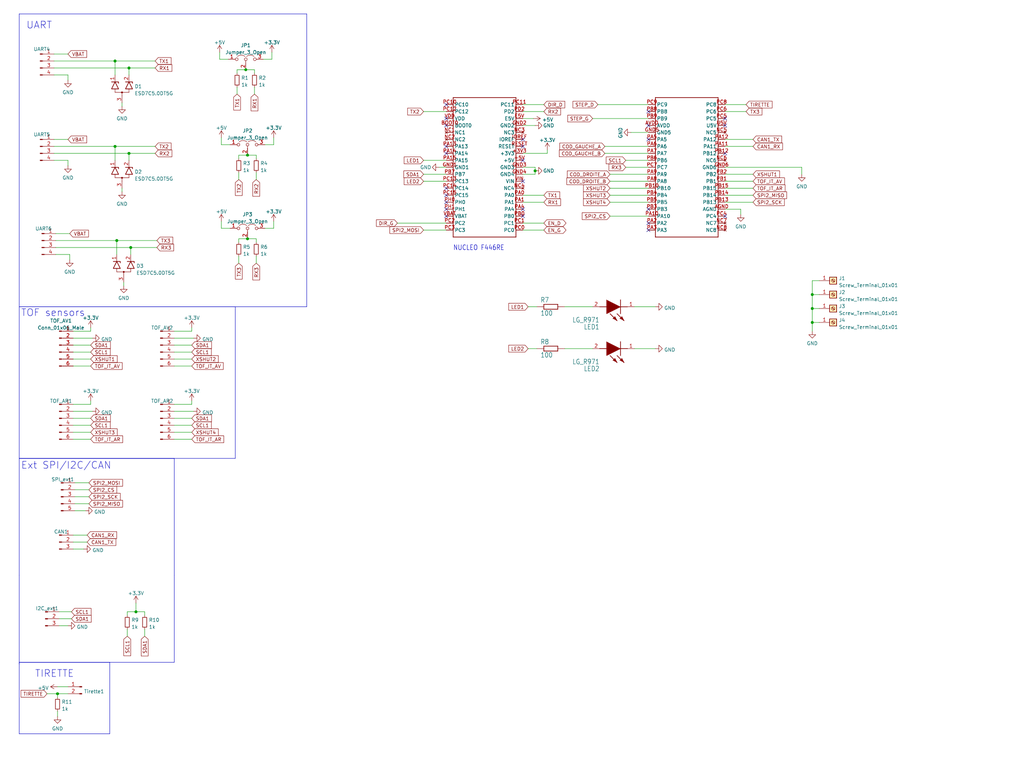
<source format=kicad_sch>
(kicad_sch (version 20230121) (generator eeschema)
  (paper "User" 373.05 283.058)
  (lib_symbols
    (symbol "Connector:Conn_01x02_Male" (pin_names (offset 1.016) hide)
      (property "Reference" "J" (at 0 2.54 0))
      (property "Value" "Conn_01x02_Male" (at 0 -5.08 0))
      (symbol "Conn_01x02_Male_1_1"
        (pin passive line (at 5.08 0 180) (length 3.81) (name "Pin_1") (number "1"))
        (pin passive line (at 5.08 -2.54 180) (length 3.81) (name "Pin_2") (number "2"))
      )
    )
    (symbol "Connector:Conn_01x03_Male" (pin_names (offset 1.016) hide)
      (property "Reference" "J" (at 0 5.08 0))
      (property "Value" "Conn_01x03_Male" (at 0 -5.08 0))
      (symbol "Conn_01x03_Male_1_1"
        (pin passive line (at 5.08 2.54 180) (length 3.81) (name "Pin_1") (number "1"))
        (pin passive line (at 5.08 0 180) (length 3.81) (name "Pin_2") (number "2"))
        (pin passive line (at 5.08 -2.54 180) (length 3.81) (name "Pin_3") (number "3"))
      )
    )
    (symbol "Connector:Conn_01x04_Male" (pin_names (offset 1.016) hide)
      (property "Reference" "J" (at 0 5.08 0))
      (property "Value" "Conn_01x04_Male" (at 0 -7.62 0))
      (symbol "Conn_01x04_Male_1_1"
        (pin passive line (at 5.08 2.54 180) (length 3.81) (name "Pin_1") (number "1"))
        (pin passive line (at 5.08 0 180) (length 3.81) (name "Pin_2") (number "2"))
        (pin passive line (at 5.08 -2.54 180) (length 3.81) (name "Pin_3") (number "3"))
        (pin passive line (at 5.08 -5.08 180) (length 3.81) (name "Pin_4") (number "4"))
      )
    )
    (symbol "Connector:Conn_01x05_Male" (pin_names (offset 1.016) hide)
      (property "Reference" "J" (at 0 7.62 0))
      (property "Value" "Conn_01x05_Male" (at 0 -7.62 0))
      (symbol "Conn_01x05_Male_1_1"
        (pin passive line (at 5.08 5.08 180) (length 3.81) (name "Pin_1") (number "1"))
        (pin passive line (at 5.08 2.54 180) (length 3.81) (name "Pin_2") (number "2"))
        (pin passive line (at 5.08 0 180) (length 3.81) (name "Pin_3") (number "3"))
        (pin passive line (at 5.08 -2.54 180) (length 3.81) (name "Pin_4") (number "4"))
        (pin passive line (at 5.08 -5.08 180) (length 3.81) (name "Pin_5") (number "5"))
      )
    )
    (symbol "Connector:Conn_01x06_Male" (pin_names (offset 1.016) hide)
      (property "Reference" "J" (at 0 7.62 0))
      (property "Value" "Conn_01x06_Male" (at 0 -10.16 0))
      (symbol "Conn_01x06_Male_1_1"
        (pin passive line (at 5.08 5.08 180) (length 3.81) (name "Pin_1") (number "1"))
        (pin passive line (at 5.08 2.54 180) (length 3.81) (name "Pin_2") (number "2"))
        (pin passive line (at 5.08 0 180) (length 3.81) (name "Pin_3") (number "3"))
        (pin passive line (at 5.08 -2.54 180) (length 3.81) (name "Pin_4") (number "4"))
        (pin passive line (at 5.08 -5.08 180) (length 3.81) (name "Pin_5") (number "5"))
        (pin passive line (at 5.08 -7.62 180) (length 3.81) (name "Pin_6") (number "6"))
      )
    )
    (symbol "Connector:Screw_Terminal_01x01" (pin_names (offset 1.016) hide)
      (property "Reference" "J" (at 0 2.54 0))
      (property "Value" "Screw_Terminal_01x01" (at 0 -2.54 0))
      (symbol "Screw_Terminal_01x01_1_1"
        (pin passive line (at -5.08 0 0) (length 3.81) (name "Pin_1") (number "1"))
      )
    )
    (symbol "Device:R_Small" (pin_numbers hide) (pin_names (offset 0.254) hide)
      (property "Reference" "R" (at 0.762 0.508 0))
      (property "Value" "R_Small" (at 0.762 -1.016 0))
      (symbol "R_Small_1_1"
        (pin passive line (at 0 2.54 270) (length 0.762) (name "~") (number "1"))
        (pin passive line (at 0 -2.54 90) (length 0.762) (name "~") (number "2"))
      )
    )
    (symbol "Jumper:Jumper_3_Open" (pin_names (offset 0) hide)
      (property "Reference" "JP" (at -2.54 -2.54 0))
      (property "Value" "Jumper_3_Open" (at 0 2.794 0))
      (symbol "Jumper_3_Open_1_1"
        (pin passive line (at -6.35 0 0) (length 2.54) (name "A") (number "1"))
        (pin passive line (at 0 -3.81 90) (length 2.54) (name "C") (number "2"))
        (pin passive line (at 6.35 0 180) (length 2.54) (name "B") (number "3"))
      )
    )
    (symbol "Power_Protection:RCLAMP0582B" (pin_names hide)
      (property "Reference" "D" (at 0 5.08 0))
      (property "Value" "RCLAMP0582B" (at 0 -5.08 0))
      (symbol "RCLAMP0582B_0_1"
        (pin passive line (at -5.08 0 0) (length 2.54) (name "A") (number "3"))
      )
      (symbol "RCLAMP0582B_1_1"
        (pin passive line (at 5.08 2.54 180) (length 2.54) (name "K1") (number "1"))
        (pin passive line (at 5.08 -2.54 180) (length 2.54) (name "K2") (number "2"))
      )
    )
    (symbol "power:+3.3V" (power) (pin_names (offset 0))
      (property "Value" "+3.3V" (at 0 3.556 0))
      (symbol "+3.3V_1_1"
        (pin power_in line (at 0 0 90) (length 0) hide (name "+3.3V") (number "1"))
      )
    )
    (symbol "power:+5V" (power) (pin_names (offset 0))
      (property "Value" "+5V" (at 0 3.556 0))
      (symbol "+5V_1_1"
        (pin power_in line (at 0 0 90) (length 0) hide (name "+5V") (number "1"))
      )
    )
    (symbol "power:GND" (power) (pin_names (offset 0))
      (property "Value" "GND" (at 0 -3.81 0))
      (symbol "GND_1_1"
        (pin power_in line (at 0 0 270) (length 0) hide (name "GND") (number "1"))
      )
    )
    (symbol "schematic1-eagle-import:LG_R971"
      (property "Reference" "LED" (at 12.7 8.89 0))
      (property "Value" "LG_R971" (at 12.7 6.35 0))
      (symbol "LG_R971_1_0"
        (pin bidirectional line (at 0 0 0) (length 2.54) (name "K") (number "1"))
        (pin bidirectional line (at 15.24 0 180) (length 2.54) (name "A") (number "2"))
      )
    )
    (symbol "schematic1-eagle-import:NUCLEO_F446RE"
      (symbol "NUCLEO_F446RE_1_0"
        (pin bidirectional line (at -25.4 5.08 180) (length 2.54) (name "+3V3") (number "+3V3"))
        (pin bidirectional line (at -25.4 2.54 180) (length 2.54) (name "+5V") (number "+5V"))
        (pin bidirectional line (at 48.26 -15.24 180) (length 2.54) (name "AGND") (number "AGND"))
        (pin bidirectional line (at 20.32 15.24 0) (length 2.54) (name "AVDD") (number "AVDD"))
        (pin bidirectional line (at -53.34 15.24 0) (length 2.54) (name "BOOT0") (number "BOOT0"))
        (pin bidirectional line (at -25.4 17.78 180) (length 2.54) (name "E5V") (number "E5V"))
        (pin bidirectional line (at -53.34 0 0) (length 2.54) (name "GND1") (number "GND1"))
        (pin bidirectional line (at -25.4 15.24 180) (length 2.54) (name "GND2") (number "GND2"))
        (pin bidirectional line (at -25.4 0 180) (length 2.54) (name "GND3") (number "GND3"))
        (pin bidirectional line (at -25.4 -2.54 180) (length 2.54) (name "GND4") (number "GND4"))
        (pin bidirectional line (at 20.32 12.7 0) (length 2.54) (name "GND5") (number "GND5"))
        (pin bidirectional line (at 48.26 0 180) (length 2.54) (name "GND6") (number "GND6"))
        (pin bidirectional line (at -25.4 10.16 180) (length 2.54) (name "IOREF") (number "IOREF"))
        (pin no_connect line (at -53.34 12.7 0) (length 2.54) (name "NC1") (number "NC1"))
        (pin no_connect line (at -53.34 10.16 0) (length 2.54) (name "NC2") (number "NC2"))
        (pin no_connect line (at -25.4 12.7 180) (length 2.54) (name "NC3") (number "NC3"))
        (pin no_connect line (at -25.4 -7.62 180) (length 2.54) (name "NC4") (number "NC4"))
        (pin no_connect line (at 48.26 12.7 180) (length 2.54) (name "NC5") (number "NC5"))
        (pin no_connect line (at 48.26 2.54 180) (length 2.54) (name "NC6") (number "NC6"))
        (pin no_connect line (at 48.26 -20.32 180) (length 2.54) (name "NC7") (number "NC7"))
        (pin no_connect line (at 48.26 -22.86 180) (length 2.54) (name "NC8") (number "NC8"))
        (pin bidirectional line (at -25.4 -10.16 180) (length 2.54) (name "PA0") (number "PA0"))
        (pin bidirectional line (at -25.4 -12.7 180) (length 2.54) (name "PA1") (number "PA1"))
        (pin bidirectional line (at 20.32 -17.78 0) (length 2.54) (name "PA10") (number "PA10"))
        (pin bidirectional line (at 48.26 7.62 180) (length 2.54) (name "PA11") (number "PA11"))
        (pin bidirectional line (at 48.26 10.16 180) (length 2.54) (name "PA12") (number "PA12"))
        (pin bidirectional line (at -53.34 7.62 0) (length 2.54) (name "PA13") (number "PA13"))
        (pin bidirectional line (at -53.34 5.08 0) (length 2.54) (name "PA14") (number "PA14"))
        (pin bidirectional line (at -53.34 2.54 0) (length 2.54) (name "PA15") (number "PA15"))
        (pin bidirectional line (at 20.32 -20.32 0) (length 2.54) (name "PA2") (number "PA2"))
        (pin bidirectional line (at 20.32 -22.86 0) (length 2.54) (name "PA3") (number "PA3"))
        (pin bidirectional line (at -25.4 -15.24 180) (length 2.54) (name "PA4") (number "PA4"))
        (pin bidirectional line (at 20.32 10.16 0) (length 2.54) (name "PA5") (number "PA5"))
        (pin bidirectional line (at 20.32 7.62 0) (length 2.54) (name "PA6") (number "PA6"))
        (pin bidirectional line (at 20.32 5.08 0) (length 2.54) (name "PA7") (number "PA7"))
        (pin bidirectional line (at 20.32 -5.08 0) (length 2.54) (name "PA8") (number "PA8"))
        (pin bidirectional line (at 20.32 -2.54 0) (length 2.54) (name "PA9") (number "PA9"))
        (pin bidirectional line (at -25.4 -17.78 180) (length 2.54) (name "PB0") (number "PB0"))
        (pin bidirectional line (at 48.26 -5.08 180) (length 2.54) (name "PB1") (number "PB1"))
        (pin bidirectional line (at 20.32 -7.62 0) (length 2.54) (name "PB10") (number "PB10"))
        (pin bidirectional line (at 48.26 5.08 180) (length 2.54) (name "PB12") (number "PB12"))
        (pin bidirectional line (at 48.26 -12.7 180) (length 2.54) (name "PB13") (number "PB13"))
        (pin bidirectional line (at 48.26 -10.16 180) (length 2.54) (name "PB14") (number "PB14"))
        (pin bidirectional line (at 48.26 -7.62 180) (length 2.54) (name "PB15") (number "PB15"))
        (pin bidirectional line (at 48.26 -2.54 180) (length 2.54) (name "PB2") (number "PB2"))
        (pin bidirectional line (at 20.32 -15.24 0) (length 2.54) (name "PB3") (number "PB3"))
        (pin bidirectional line (at 20.32 -10.16 0) (length 2.54) (name "PB4") (number "PB4"))
        (pin bidirectional line (at 20.32 -12.7 0) (length 2.54) (name "PB5") (number "PB5"))
        (pin bidirectional line (at 20.32 2.54 0) (length 2.54) (name "PB6") (number "PB6"))
        (pin bidirectional line (at -53.34 -2.54 0) (length 2.54) (name "PB7") (number "PB7"))
        (pin bidirectional line (at 20.32 20.32 0) (length 2.54) (name "PB8") (number "PB8"))
        (pin bidirectional line (at 20.32 17.78 0) (length 2.54) (name "PB9") (number "PB9"))
        (pin bidirectional line (at -25.4 -22.86 180) (length 2.54) (name "PC0") (number "PC0"))
        (pin bidirectional line (at -25.4 -20.32 180) (length 2.54) (name "PC1") (number "PC1"))
        (pin bidirectional line (at -53.34 22.86 0) (length 2.54) (name "PC10") (number "PC10"))
        (pin bidirectional line (at -25.4 22.86 180) (length 2.54) (name "PC11") (number "PC11"))
        (pin bidirectional line (at -53.34 20.32 0) (length 2.54) (name "PC12") (number "PC12"))
        (pin bidirectional line (at -53.34 -5.08 0) (length 2.54) (name "PC13") (number "PC13"))
        (pin bidirectional line (at -53.34 -7.62 0) (length 2.54) (name "PC14") (number "PC14"))
        (pin bidirectional line (at -53.34 -10.16 0) (length 2.54) (name "PC15") (number "PC15"))
        (pin bidirectional line (at -53.34 -20.32 0) (length 2.54) (name "PC2") (number "PC2"))
        (pin bidirectional line (at -53.34 -22.86 0) (length 2.54) (name "PC3") (number "PC3"))
        (pin bidirectional line (at 48.26 -17.78 180) (length 2.54) (name "PC4") (number "PC4"))
        (pin bidirectional line (at 48.26 17.78 180) (length 2.54) (name "PC5") (number "PC5"))
        (pin bidirectional line (at 48.26 20.32 180) (length 2.54) (name "PC6") (number "PC6"))
        (pin bidirectional line (at 20.32 0 0) (length 2.54) (name "PC7") (number "PC7"))
        (pin bidirectional line (at 48.26 22.86 180) (length 2.54) (name "PC8") (number "PC8"))
        (pin bidirectional line (at 20.32 22.86 0) (length 2.54) (name "PC9") (number "PC9"))
        (pin bidirectional line (at -25.4 20.32 180) (length 2.54) (name "PD2") (number "PD2"))
        (pin bidirectional line (at -53.34 -12.7 0) (length 2.54) (name "PH0") (number "PH0"))
        (pin bidirectional line (at -53.34 -15.24 0) (length 2.54) (name "PH1") (number "PH1"))
        (pin bidirectional line (at -25.4 7.62 180) (length 2.54) (name "RESET") (number "RESET"))
        (pin bidirectional line (at 48.26 15.24 180) (length 2.54) (name "U5V") (number "U5V"))
        (pin bidirectional line (at -53.34 -17.78 0) (length 2.54) (name "VBAT") (number "VBAT"))
        (pin bidirectional line (at -53.34 17.78 0) (length 2.54) (name "VDD") (number "VDD"))
        (pin bidirectional line (at -25.4 -5.08 180) (length 2.54) (name "VIN") (number "VIN"))
      )
    )
    (symbol "schematic1-eagle-import:R-EU_R0805"
      (property "Reference" "R" (at -3.81 1.4986 0))
      (property "Value" "R-EU_R0805" (at -3.81 -3.302 0))
      (symbol "R-EU_R0805_1_0"
        (pin passive line (at -5.08 0 0) (length 2.54) (name "1") (number "1"))
        (pin passive line (at 5.08 0 180) (length 2.54) (name "2") (number "2"))
      )
    )
  )
  (junction (at 89.535 25.4))
  (junction (at 295.91 112.395))
  (junction (at 49.53 222.885))
  (junction (at 295.91 107.315))
  (junction (at 46.99 24.765))
  (junction (at 20.955 252.73))
  (junction (at 46.99 55.88))
  (junction (at 41.91 53.34))
  (junction (at 41.91 22.225))
  (junction (at 90.17 56.515))
  (junction (at 295.91 117.475))
  (junction (at 47.625 90.17))
  (junction (at 42.545 87.63))
  (junction (at 194.945 62.23))
  (junction (at 90.17 86.995))
  (no_connect (at 162.56 38.1))
  (no_connect (at 162.56 53.34))
  (no_connect (at 162.56 55.88))
  (no_connect (at 236.22 83.82))
  (no_connect (at 190.5 50.8))
  (no_connect (at 190.5 78.74))
  (no_connect (at 190.5 76.2))
  (no_connect (at 162.56 43.18))
  (no_connect (at 162.56 45.72))
  (no_connect (at 162.56 71.12))
  (no_connect (at 162.56 68.58))
  (no_connect (at 162.56 73.66))
  (no_connect (at 162.56 76.2))
  (no_connect (at 162.56 78.74))
  (no_connect (at 190.5 66.04))
  (no_connect (at 190.5 53.34))
  (no_connect (at 190.5 58.42))
  (no_connect (at 236.22 45.72))
  (no_connect (at 236.22 40.64))
  (no_connect (at 236.22 76.2))
  (no_connect (at 236.22 81.28))
  (no_connect (at 264.16 78.74))
  (no_connect (at 236.22 50.8))
  (no_connect (at 264.16 55.88))
  (no_connect (at 264.16 45.72))
  (no_connect (at 264.16 43.18))
  (wire (pts (xy 295.91 107.315) (xy 295.91 102.235)))
  (wire (pts (xy 27.305 178.435) (xy 32.385 178.435)))
  (wire (pts (xy 24.765 58.42) (xy 19.685 58.42)))
  (wire (pts (xy 295.91 112.395) (xy 298.45 112.395)))
  (wire (pts (xy 46.355 229.235) (xy 46.355 231.775)))
  (wire (pts (xy 20.32 85.09) (xy 25.4 85.09)))
  (wire (pts (xy 63.5 123.19) (xy 70.485 123.19)))
  (wire (pts (xy 162.56 81.28) (xy 144.78 81.28)))
  (wire (pts (xy 264.16 40.64) (xy 271.78 40.64)))
  (polyline (pts (xy 6.985 241.3) (xy 6.985 267.335)))
  (polyline (pts (xy 85.725 167.005) (xy 85.725 111.76)))
  (wire (pts (xy 229.87 48.26) (xy 236.22 48.26)))
  (wire (pts (xy 27.305 186.055) (xy 31.115 186.055)))
  (wire (pts (xy 99.695 83.185) (xy 96.52 83.185)))
  (wire (pts (xy 199.39 54.61) (xy 199.39 55.88)))
  (wire (pts (xy 41.91 22.225) (xy 41.91 27.305)))
  (polyline (pts (xy 40.005 241.3) (xy 6.985 241.3)))
  (wire (pts (xy 93.345 56.515) (xy 93.345 57.785)))
  (wire (pts (xy 26.67 130.81) (xy 33.02 130.81)))
  (wire (pts (xy 26.67 149.86) (xy 33.655 149.86)))
  (wire (pts (xy 154.305 58.42) (xy 162.56 58.42)))
  (wire (pts (xy 80.645 83.185) (xy 83.82 83.185)))
  (wire (pts (xy 63.5 152.4) (xy 69.85 152.4)))
  (polyline (pts (xy 6.985 167.005) (xy 63.5 167.005)))
  (wire (pts (xy 19.685 19.685) (xy 24.765 19.685)))
  (wire (pts (xy 215.9 127) (xy 205.74 127)))
  (wire (pts (xy 63.5 120.65) (xy 69.85 120.65)))
  (wire (pts (xy 264.16 63.5) (xy 274.32 63.5)))
  (wire (pts (xy 222.25 68.58) (xy 236.22 68.58)))
  (wire (pts (xy 20.955 252.73) (xy 24.765 252.73)))
  (wire (pts (xy 92.71 31.75) (xy 92.71 34.29)))
  (wire (pts (xy 231.14 127) (xy 238.76 127)))
  (wire (pts (xy 20.32 87.63) (xy 42.545 87.63)))
  (wire (pts (xy 222.25 78.74) (xy 236.22 78.74)))
  (wire (pts (xy 190.5 81.28) (xy 198.12 81.28)))
  (wire (pts (xy 264.16 71.12) (xy 274.32 71.12)))
  (wire (pts (xy 19.685 55.88) (xy 46.99 55.88)))
  (wire (pts (xy 41.91 53.34) (xy 41.91 58.42)))
  (wire (pts (xy 227.965 58.42) (xy 236.22 58.42)))
  (wire (pts (xy 25.4 92.71) (xy 20.32 92.71)))
  (wire (pts (xy 63.5 154.94) (xy 69.85 154.94)))
  (wire (pts (xy 154.305 66.04) (xy 162.56 66.04)))
  (wire (pts (xy 46.99 24.765) (xy 56.515 24.765)))
  (wire (pts (xy 27.305 183.515) (xy 32.385 183.515)))
  (wire (pts (xy 19.685 22.225) (xy 41.91 22.225)))
  (wire (pts (xy 42.545 87.63) (xy 57.15 87.63)))
  (wire (pts (xy 80.645 52.705) (xy 83.82 52.705)))
  (wire (pts (xy 194.945 62.23) (xy 194.945 63.5)))
  (wire (pts (xy 295.91 102.235) (xy 298.45 102.235)))
  (polyline (pts (xy 6.985 267.335) (xy 40.005 267.335)))
  (wire (pts (xy 46.99 24.765) (xy 46.99 27.305)))
  (wire (pts (xy 46.355 224.155) (xy 46.355 222.885)))
  (wire (pts (xy 20.955 252.73) (xy 20.955 254)))
  (wire (pts (xy 24.765 29.21) (xy 24.765 27.305)))
  (wire (pts (xy 194.945 62.23) (xy 194.945 60.96)))
  (polyline (pts (xy 63.5 167.005) (xy 63.5 209.55)))
  (polyline (pts (xy 6.985 209.55) (xy 6.985 241.3)))
  (wire (pts (xy 46.355 222.885) (xy 49.53 222.885)))
  (wire (pts (xy 27.305 175.895) (xy 32.385 175.895)))
  (wire (pts (xy 154.305 63.5) (xy 162.56 63.5)))
  (wire (pts (xy 93.345 93.345) (xy 93.345 95.885)))
  (wire (pts (xy 44.45 38.735) (xy 44.45 37.465)))
  (wire (pts (xy 295.91 120.65) (xy 295.91 117.475)))
  (wire (pts (xy 236.22 38.1) (xy 217.805 38.1)))
  (wire (pts (xy 236.22 55.88) (xy 220.345 55.88)))
  (wire (pts (xy 295.91 112.395) (xy 295.91 107.315)))
  (polyline (pts (xy 6.985 111.76) (xy 6.985 167.005)))
  (wire (pts (xy 26.67 147.32) (xy 33.02 147.32)))
  (wire (pts (xy 99.06 19.05) (xy 99.06 21.59)))
  (wire (pts (xy 89.535 25.4) (xy 92.71 25.4)))
  (wire (pts (xy 194.945 60.96) (xy 190.5 60.96)))
  (wire (pts (xy 20.955 250.19) (xy 24.765 250.19)))
  (wire (pts (xy 47.625 90.17) (xy 57.15 90.17)))
  (wire (pts (xy 222.25 73.66) (xy 236.22 73.66)))
  (wire (pts (xy 63.5 149.86) (xy 70.485 149.86)))
  (wire (pts (xy 190.5 71.12) (xy 198.12 71.12)))
  (wire (pts (xy 192.405 111.76) (xy 195.58 111.76)))
  (wire (pts (xy 264.16 68.58) (xy 274.32 68.58)))
  (wire (pts (xy 93.345 86.995) (xy 93.345 88.265)))
  (wire (pts (xy 24.765 27.305) (xy 19.685 27.305)))
  (wire (pts (xy 264.16 38.1) (xy 271.78 38.1)))
  (wire (pts (xy 24.765 227.965) (xy 21.59 227.965)))
  (polyline (pts (xy 6.985 5.08) (xy 6.985 111.76)))
  (wire (pts (xy 236.22 63.5) (xy 222.25 63.5)))
  (wire (pts (xy 295.91 117.475) (xy 295.91 112.395)))
  (wire (pts (xy 26.67 154.94) (xy 33.02 154.94)))
  (wire (pts (xy 80.01 21.59) (xy 83.185 21.59)))
  (wire (pts (xy 26.67 123.19) (xy 33.655 123.19)))
  (wire (pts (xy 41.91 53.34) (xy 56.515 53.34)))
  (wire (pts (xy 92.71 25.4) (xy 92.71 26.67)))
  (wire (pts (xy 63.5 157.48) (xy 69.85 157.48)))
  (wire (pts (xy 26.67 197.485) (xy 31.75 197.485)))
  (wire (pts (xy 26.67 194.945) (xy 31.75 194.945)))
  (wire (pts (xy 190.5 73.66) (xy 198.12 73.66)))
  (wire (pts (xy 190.5 43.18) (xy 194.31 43.18)))
  (wire (pts (xy 154.305 83.82) (xy 162.56 83.82)))
  (wire (pts (xy 47.625 90.17) (xy 47.625 92.71)))
  (wire (pts (xy 41.91 22.225) (xy 56.515 22.225)))
  (wire (pts (xy 63.5 133.35) (xy 69.85 133.35)))
  (wire (pts (xy 215.9 111.76) (xy 205.74 111.76)))
  (wire (pts (xy 52.705 229.235) (xy 52.705 231.775)))
  (wire (pts (xy 269.875 78.105) (xy 269.875 76.2)))
  (wire (pts (xy 27.305 180.975) (xy 32.385 180.975)))
  (wire (pts (xy 69.85 119.38) (xy 69.85 120.65)))
  (wire (pts (xy 19.685 50.8) (xy 24.765 50.8)))
  (wire (pts (xy 190.5 83.82) (xy 198.12 83.82)))
  (wire (pts (xy 86.36 26.67) (xy 86.36 25.4)))
  (wire (pts (xy 236.22 53.34) (xy 220.345 53.34)))
  (wire (pts (xy 236.22 43.18) (xy 215.9 43.18)))
  (wire (pts (xy 190.5 55.88) (xy 199.39 55.88)))
  (wire (pts (xy 20.32 90.17) (xy 47.625 90.17)))
  (wire (pts (xy 86.36 25.4) (xy 89.535 25.4)))
  (wire (pts (xy 295.91 107.315) (xy 298.45 107.315)))
  (wire (pts (xy 160.02 60.96) (xy 162.56 60.96)))
  (wire (pts (xy 19.685 53.34) (xy 41.91 53.34)))
  (wire (pts (xy 63.5 147.32) (xy 69.85 147.32)))
  (wire (pts (xy 236.22 66.04) (xy 222.25 66.04)))
  (wire (pts (xy 26.67 128.27) (xy 33.02 128.27)))
  (wire (pts (xy 52.705 222.885) (xy 52.705 224.155)))
  (wire (pts (xy 264.16 60.96) (xy 292.1 60.96)))
  (wire (pts (xy 264.16 73.66) (xy 274.32 73.66)))
  (wire (pts (xy 49.53 219.71) (xy 49.53 222.885)))
  (wire (pts (xy 93.345 62.865) (xy 93.345 65.405)))
  (polyline (pts (xy 6.985 111.76) (xy 85.725 111.76)))
  (polyline (pts (xy 63.5 209.55) (xy 63.5 241.3)))
  (polyline (pts (xy 6.985 241.3) (xy 6.985 241.935)))
  (wire (pts (xy 63.5 125.73) (xy 69.85 125.73)))
  (wire (pts (xy 269.875 76.2) (xy 264.16 76.2)))
  (wire (pts (xy 86.995 57.785) (xy 86.995 56.515)))
  (polyline (pts (xy 63.5 241.3) (xy 6.985 241.3)))
  (wire (pts (xy 33.02 119.38) (xy 33.02 120.65)))
  (wire (pts (xy 46.99 55.88) (xy 56.515 55.88)))
  (wire (pts (xy 292.1 60.96) (xy 292.1 63.5)))
  (wire (pts (xy 264.16 50.8) (xy 274.32 50.8)))
  (polyline (pts (xy 6.985 5.08) (xy 111.76 5.08)))
  (wire (pts (xy 264.16 66.04) (xy 274.32 66.04)))
  (wire (pts (xy 26.67 160.02) (xy 33.02 160.02)))
  (wire (pts (xy 99.06 21.59) (xy 95.885 21.59)))
  (wire (pts (xy 86.995 62.865) (xy 86.995 65.405)))
  (wire (pts (xy 231.14 111.76) (xy 238.76 111.76)))
  (wire (pts (xy 99.695 52.705) (xy 96.52 52.705)))
  (wire (pts (xy 222.25 71.12) (xy 236.22 71.12)))
  (polyline (pts (xy 6.985 209.55) (xy 6.985 167.005)))
  (wire (pts (xy 20.955 259.08) (xy 20.955 260.985)))
  (wire (pts (xy 227.965 60.96) (xy 236.22 60.96)))
  (wire (pts (xy 63.5 130.81) (xy 69.85 130.81)))
  (wire (pts (xy 192.405 127) (xy 195.58 127)))
  (wire (pts (xy 49.53 222.885) (xy 52.705 222.885)))
  (wire (pts (xy 19.685 24.765) (xy 46.99 24.765)))
  (wire (pts (xy 86.995 93.345) (xy 86.995 95.885)))
  (wire (pts (xy 17.145 252.73) (xy 20.955 252.73)))
  (wire (pts (xy 25.4 94.615) (xy 25.4 92.71)))
  (wire (pts (xy 190.5 40.64) (xy 198.12 40.64)))
  (polyline (pts (xy 6.985 167.005) (xy 85.725 167.005)))
  (wire (pts (xy 45.085 104.14) (xy 45.085 102.87)))
  (wire (pts (xy 44.45 69.85) (xy 44.45 68.58)))
  (wire (pts (xy 264.16 53.34) (xy 274.32 53.34)))
  (wire (pts (xy 26.67 120.65) (xy 33.02 120.65)))
  (wire (pts (xy 295.91 117.475) (xy 298.45 117.475)))
  (wire (pts (xy 99.695 50.165) (xy 99.695 52.705)))
  (wire (pts (xy 86.995 56.515) (xy 90.17 56.515)))
  (wire (pts (xy 21.59 222.885) (xy 26.035 222.885)))
  (wire (pts (xy 26.67 200.025) (xy 30.48 200.025)))
  (wire (pts (xy 26.67 133.35) (xy 33.02 133.35)))
  (wire (pts (xy 99.695 80.645) (xy 99.695 83.185)))
  (wire (pts (xy 80.01 19.05) (xy 80.01 21.59)))
  (wire (pts (xy 26.67 152.4) (xy 33.02 152.4)))
  (wire (pts (xy 21.59 225.425) (xy 26.035 225.425)))
  (wire (pts (xy 33.02 146.05) (xy 33.02 147.32)))
  (wire (pts (xy 190.5 38.1) (xy 198.12 38.1)))
  (wire (pts (xy 80.645 50.165) (xy 80.645 52.705)))
  (wire (pts (xy 90.17 56.515) (xy 93.345 56.515)))
  (wire (pts (xy 26.67 125.73) (xy 33.02 125.73)))
  (wire (pts (xy 86.995 86.995) (xy 90.17 86.995)))
  (wire (pts (xy 190.5 45.72) (xy 194.945 45.72)))
  (polyline (pts (xy 40.005 267.335) (xy 40.005 241.3)))
  (wire (pts (xy 194.945 63.5) (xy 190.5 63.5)))
  (wire (pts (xy 42.545 87.63) (xy 42.545 92.71)))
  (wire (pts (xy 86.995 88.265) (xy 86.995 86.995)))
  (polyline (pts (xy 111.76 111.76) (xy 111.76 5.08)))
  (wire (pts (xy 90.17 86.995) (xy 93.345 86.995)))
  (wire (pts (xy 46.99 55.88) (xy 46.99 58.42)))
  (wire (pts (xy 154.305 40.64) (xy 162.56 40.64)))
  (wire (pts (xy 63.5 128.27) (xy 69.85 128.27)))
  (wire (pts (xy 86.36 31.75) (xy 86.36 34.29)))
  (wire (pts (xy 63.5 160.02) (xy 69.85 160.02)))
  (wire (pts (xy 26.67 157.48) (xy 33.02 157.48)))
  (polyline (pts (xy 6.985 111.76) (xy 111.76 111.76)))
  (wire (pts (xy 69.85 146.05) (xy 69.85 147.32)))
  (wire (pts (xy 24.765 60.325) (xy 24.765 58.42)))
  (wire (pts (xy 80.645 80.645) (xy 80.645 83.185)))
  (text "UART" (at 9.525 10.795 0) (effects (font (size 2.54 2.54)) (justify left bottom)))
  (text "NUCLEO F446RE" (at 165.1 91.44 0) (effects (font (size 1.778 1.5113)) (justify left bottom)))
  (text "Ext SPI/I2C/CAN\n\n" (at 7.62 175.26 0) (effects (font (size 2.54 2.54)) (justify left bottom)))
  (text "TOF sensors" (at 7.62 115.57 0) (effects (font (size 2.54 2.54)) (justify left bottom)))
  (text "TIRETTE" (at 12.7 247.015 0) (effects (font (size 2.54 2.54)) (justify left bottom)))
  (global_label "DIR_D" (shape input) (at 198.12 38.1 0) (effects (font (size 1.2446 1.2446))) (property "Intersheetrefs" "${INTERSHEET_REFS}" (effects hide)))
  (global_label "CAN1_TX" (shape input) (at 31.75 197.485 0) (property "Intersheetrefs" "${INTERSHEET_REFS}" (effects hide)))
  (global_label "CAN1_RX" (shape input) (at 31.75 194.945 0) (property "Intersheetrefs" "${INTERSHEET_REFS}" (effects hide)))
  (global_label "TX2" (shape input) (at 154.305 40.64 180) (property "Intersheetrefs" "${INTERSHEET_REFS}" (effects hide)))
  (global_label "SDA1" (shape input) (at 154.305 63.5 180) (property "Intersheetrefs" "${INTERSHEET_REFS}" (effects hide)))
  (global_label "TX2" (shape input) (at 86.995 65.405 270) (property "Intersheetrefs" "${INTERSHEET_REFS}" (effects hide)))
  (global_label "XSHUT2" (shape input) (at 222.25 68.58 180) (property "Intersheetrefs" "${INTERSHEET_REFS}" (effects hide)))
  (global_label "COD_DROITE_A" (shape input) (at 222.25 63.5 180) (effects (font (size 1.2446 1.2446))) (property "Intersheetrefs" "${INTERSHEET_REFS}" (effects hide)))
  (global_label "TX1" (shape input) (at 198.12 71.12 0) (property "Intersheetrefs" "${INTERSHEET_REFS}" (effects hide)))
  (global_label "VBAT" (shape input) (at 24.765 19.685 0) (property "Intersheetrefs" "${INTERSHEET_REFS}" (effects hide)))
  (global_label "SPI2_MISO" (shape input) (at 32.385 183.515 0) (property "Intersheetrefs" "${INTERSHEET_REFS}" (effects hide)))
  (global_label "SCL1" (shape input) (at 69.85 154.94 0) (property "Intersheetrefs" "${INTERSHEET_REFS}" (effects hide)))
  (global_label "STEP_D" (shape input) (at 217.805 38.1 180) (effects (font (size 1.2446 1.2446))) (property "Intersheetrefs" "${INTERSHEET_REFS}" (effects hide)))
  (global_label "SPI2_SCK" (shape input) (at 274.32 73.66 0) (property "Intersheetrefs" "${INTERSHEET_REFS}" (effects hide)))
  (global_label "XSHUT1" (shape input) (at 33.02 130.81 0) (property "Intersheetrefs" "${INTERSHEET_REFS}" (effects hide)))
  (global_label "RX2" (shape input) (at 56.515 55.88 0) (property "Intersheetrefs" "${INTERSHEET_REFS}" (effects hide)))
  (global_label "LED1" (shape input) (at 154.305 58.42 180) (property "Intersheetrefs" "${INTERSHEET_REFS}" (effects hide)))
  (global_label "CAN1_RX" (shape input) (at 274.32 53.34 0) (property "Intersheetrefs" "${INTERSHEET_REFS}" (effects hide)))
  (global_label "XSHUT1" (shape input) (at 274.32 63.5 0) (property "Intersheetrefs" "${INTERSHEET_REFS}" (effects hide)))
  (global_label "TOF_IT_AV" (shape input) (at 69.85 133.35 0) (property "Intersheetrefs" "${INTERSHEET_REFS}" (effects hide)))
  (global_label "EN_D" (shape bidirectional) (at 198.12 81.28 0) (effects (font (size 1.2446 1.2446))) (property "Intersheetrefs" "${INTERSHEET_REFS}" (effects hide)))
  (global_label "XSHUT4" (shape input) (at 69.85 157.48 0) (property "Intersheetrefs" "${INTERSHEET_REFS}" (effects hide)))
  (global_label "RX3" (shape input) (at 93.345 95.885 270) (property "Intersheetrefs" "${INTERSHEET_REFS}" (effects hide)))
  (global_label "RX1" (shape input) (at 198.12 73.66 0) (property "Intersheetrefs" "${INTERSHEET_REFS}" (effects hide)))
  (global_label "SCL1" (shape input) (at 227.965 58.42 180) (property "Intersheetrefs" "${INTERSHEET_REFS}" (effects hide)))
  (global_label "TX3" (shape input) (at 57.15 87.63 0) (property "Intersheetrefs" "${INTERSHEET_REFS}" (effects hide)))
  (global_label "TOF_IT_AR" (shape input) (at 33.02 160.02 0) (property "Intersheetrefs" "${INTERSHEET_REFS}" (effects hide)))
  (global_label "EN_G" (shape bidirectional) (at 198.12 83.82 0) (effects (font (size 1.2446 1.2446))) (property "Intersheetrefs" "${INTERSHEET_REFS}" (effects hide)))
  (global_label "STEP_G" (shape input) (at 215.9 43.18 180) (effects (font (size 1.2446 1.2446))) (property "Intersheetrefs" "${INTERSHEET_REFS}" (effects hide)))
  (global_label "COD_GAUCHE_B" (shape input) (at 220.345 55.88 180) (effects (font (size 1.2446 1.2446))) (property "Intersheetrefs" "${INTERSHEET_REFS}" (effects hide)))
  (global_label "XSHUT2" (shape input) (at 69.85 130.81 0) (property "Intersheetrefs" "${INTERSHEET_REFS}" (effects hide)))
  (global_label "XSHUT3" (shape input) (at 33.02 157.48 0) (property "Intersheetrefs" "${INTERSHEET_REFS}" (effects hide)))
  (global_label "COD_DROITE_B" (shape input) (at 222.25 66.04 180) (effects (font (size 1.2446 1.2446))) (property "Intersheetrefs" "${INTERSHEET_REFS}" (effects hide)))
  (global_label "DIR_G" (shape input) (at 144.78 81.28 180) (effects (font (size 1.2446 1.2446))) (property "Intersheetrefs" "${INTERSHEET_REFS}" (effects hide)))
  (global_label "TIRETTE" (shape input) (at 271.78 38.1 0) (property "Intersheetrefs" "${INTERSHEET_REFS}" (effects hide)))
  (global_label "SCL1" (shape input) (at 69.85 128.27 0) (property "Intersheetrefs" "${INTERSHEET_REFS}" (effects hide)))
  (global_label "TX2" (shape input) (at 56.515 53.34 0) (property "Intersheetrefs" "${INTERSHEET_REFS}" (effects hide)))
  (global_label "VBAT" (shape input) (at 25.4 85.09 0) (property "Intersheetrefs" "${INTERSHEET_REFS}" (effects hide)))
  (global_label "XSHUT3" (shape input) (at 222.25 71.12 180) (property "Intersheetrefs" "${INTERSHEET_REFS}" (effects hide)))
  (global_label "SPI2_MOSI" (shape input) (at 32.385 175.895 0) (property "Intersheetrefs" "${INTERSHEET_REFS}" (effects hide)))
  (global_label "SPI2_MISO" (shape input) (at 274.32 71.12 0) (property "Intersheetrefs" "${INTERSHEET_REFS}" (effects hide)))
  (global_label "LED2" (shape input) (at 154.305 66.04 180) (property "Intersheetrefs" "${INTERSHEET_REFS}" (effects hide)))
  (global_label "XSHUT4" (shape input) (at 222.25 73.66 180) (property "Intersheetrefs" "${INTERSHEET_REFS}" (effects hide)))
  (global_label "SCL1" (shape input) (at 33.02 128.27 0) (property "Intersheetrefs" "${INTERSHEET_REFS}" (effects hide)))
  (global_label "TOF_IT_AR" (shape input) (at 274.32 68.58 0) (property "Intersheetrefs" "${INTERSHEET_REFS}" (effects hide)))
  (global_label "TX3" (shape input) (at 271.78 40.64 0) (property "Intersheetrefs" "${INTERSHEET_REFS}" (effects hide)))
  (global_label "COD_GAUCHE_A" (shape input) (at 220.345 53.34 180) (effects (font (size 1.2446 1.2446))) (property "Intersheetrefs" "${INTERSHEET_REFS}" (effects hide)))
  (global_label "TOF_IT_AV" (shape input) (at 33.02 133.35 0) (property "Intersheetrefs" "${INTERSHEET_REFS}" (effects hide)))
  (global_label "VBAT" (shape input) (at 24.765 50.8 0) (property "Intersheetrefs" "${INTERSHEET_REFS}" (effects hide)))
  (global_label "SCL1" (shape input) (at 33.02 154.94 0) (property "Intersheetrefs" "${INTERSHEET_REFS}" (effects hide)))
  (global_label "SDA1" (shape input) (at 33.02 152.4 0) (property "Intersheetrefs" "${INTERSHEET_REFS}" (effects hide)))
  (global_label "LED2" (shape input) (at 192.405 127 180) (property "Intersheetrefs" "${INTERSHEET_REFS}" (effects hide)))
  (global_label "SCL1" (shape input) (at 26.035 222.885 0) (property "Intersheetrefs" "${INTERSHEET_REFS}" (effects hide)))
  (global_label "LED1" (shape input) (at 192.405 111.76 180) (property "Intersheetrefs" "${INTERSHEET_REFS}" (effects hide)))
  (global_label "RX3" (shape input) (at 57.15 90.17 0) (property "Intersheetrefs" "${INTERSHEET_REFS}" (effects hide)))
  (global_label "TOF_IT_AR" (shape input) (at 69.85 160.02 0) (property "Intersheetrefs" "${INTERSHEET_REFS}" (effects hide)))
  (global_label "TOF_IT_AV" (shape input) (at 274.32 66.04 0) (property "Intersheetrefs" "${INTERSHEET_REFS}" (effects hide)))
  (global_label "CAN1_TX" (shape input) (at 274.32 50.8 0) (property "Intersheetrefs" "${INTERSHEET_REFS}" (effects hide)))
  (global_label "SDA1" (shape input) (at 26.035 225.425 0) (property "Intersheetrefs" "${INTERSHEET_REFS}" (effects hide)))
  (global_label "TIRETTE" (shape input) (at 17.145 252.73 180) (property "Intersheetrefs" "${INTERSHEET_REFS}" (effects hide)))
  (global_label "RX2" (shape input) (at 93.345 65.405 270) (property "Intersheetrefs" "${INTERSHEET_REFS}" (effects hide)))
  (global_label "SPI2_MOSI" (shape input) (at 154.305 83.82 180) (property "Intersheetrefs" "${INTERSHEET_REFS}" (effects hide)))
  (global_label "SPI2_CS" (shape input) (at 222.25 78.74 180) (property "Intersheetrefs" "${INTERSHEET_REFS}" (effects hide)))
  (global_label "SCL1" (shape input) (at 46.355 231.775 270) (property "Intersheetrefs" "${INTERSHEET_REFS}" (effects hide)))
  (global_label "RX1" (shape input) (at 56.515 24.765 0) (property "Intersheetrefs" "${INTERSHEET_REFS}" (effects hide)))
  (global_label "TX1" (shape input) (at 86.36 34.29 270) (property "Intersheetrefs" "${INTERSHEET_REFS}" (effects hide)))
  (global_label "SDA1" (shape input) (at 69.85 125.73 0) (property "Intersheetrefs" "${INTERSHEET_REFS}" (effects hide)))
  (global_label "SDA1" (shape input) (at 33.02 125.73 0) (property "Intersheetrefs" "${INTERSHEET_REFS}" (effects hide)))
  (global_label "RX1" (shape input) (at 92.71 34.29 270) (property "Intersheetrefs" "${INTERSHEET_REFS}" (effects hide)))
  (global_label "RX3" (shape input) (at 227.965 60.96 180) (property "Intersheetrefs" "${INTERSHEET_REFS}" (effects hide)))
  (global_label "TX3" (shape input) (at 86.995 95.885 270) (property "Intersheetrefs" "${INTERSHEET_REFS}" (effects hide)))
  (global_label "SDA1" (shape input) (at 69.85 152.4 0) (property "Intersheetrefs" "${INTERSHEET_REFS}" (effects hide)))
  (global_label "SPI2_SCK" (shape input) (at 32.385 180.975 0) (property "Intersheetrefs" "${INTERSHEET_REFS}" (effects hide)))
  (global_label "SPI2_CS" (shape input) (at 32.385 178.435 0) (property "Intersheetrefs" "${INTERSHEET_REFS}" (effects hide)))
  (global_label "RX2" (shape input) (at 198.12 40.64 0) (property "Intersheetrefs" "${INTERSHEET_REFS}" (effects hide)))
  (global_label "TX1" (shape input) (at 56.515 22.225 0) (property "Intersheetrefs" "${INTERSHEET_REFS}" (effects hide)))
  (global_label "SDA1" (shape input) (at 52.705 231.775 270) (property "Intersheetrefs" "${INTERSHEET_REFS}" (effects hide)))
  (symbol (lib_id "power:+3.3V") (at 199.39 54.61 0) (unit 1)
    (property "Reference" "#PWR010" (effects hide))
    (property "Value" "+3.3V" (at 199.39 51.0342 0))
  )
  (symbol (lib_id "power:GND") (at 295.91 120.65 0) (unit 1)
    (property "Reference" "#PWR024" (effects hide))
    (property "Value" "GND" (at 295.91 125.0934 0))
  )
  (symbol (lib_id "Device:R_Small") (at 92.71 29.21 0) (unit 1)
    (property "Reference" "R2" (at 94.2086 28.3753 0) (effects (justify left)))
    (property "Value" "1k" (at 94.2086 30.9122 0) (effects (justify left)))
    (property "Footprint" "Resistor_SMD:R_0805_2012Metric_Pad1.20x1.40mm_HandSolder" (effects hide))
  )
  (symbol (lib_id "power:GND") (at 160.02 60.96 270) (unit 1)
    (property "Reference" "#PWR012" (effects hide))
    (property "Value" "GND" (at 153.035 60.96 90) (effects (justify left)))
  )
  (symbol (lib_id "power:GND") (at 20.955 260.985 0) (unit 1)
    (property "Reference" "#PWR038" (effects hide))
    (property "Value" "GND" (at 20.955 265.4284 0))
  )
  (symbol (lib_id "Device:R_Small") (at 20.955 256.54 0) (unit 1)
    (property "Reference" "R11" (at 22.4536 255.7053 0) (effects (justify left)))
    (property "Value" "1k" (at 22.4536 258.2422 0) (effects (justify left)))
    (property "Footprint" "Resistor_SMD:R_0805_2012Metric_Pad1.20x1.40mm_HandSolder" (effects hide))
  )
  (symbol (lib_id "power:+5V") (at 80.645 80.645 0) (unit 1)
    (property "Reference" "#PWR017" (effects hide))
    (property "Value" "+5V" (at 80.645 77.0692 0))
  )
  (symbol (lib_id "Connector:Screw_Terminal_01x01") (at 303.53 102.235 0) (unit 1)
    (property "Reference" "J1" (at 305.562 101.4003 0) (effects (justify left)))
    (property "Value" "Screw_Terminal_01x01" (at 305.562 103.9372 0) (effects (justify left)))
    (property "Footprint" "MountingHole:MountingHole_4.3mm_M4_ISO7380_Pad" (effects hide))
  )
  (symbol (lib_id "Connector:Screw_Terminal_01x01") (at 303.53 117.475 0) (unit 1)
    (property "Reference" "J4" (at 305.562 116.6403 0) (effects (justify left)))
    (property "Value" "Screw_Terminal_01x01" (at 305.562 119.1772 0) (effects (justify left)))
    (property "Footprint" "MountingHole:MountingHole_4.3mm_M4_ISO7380_Pad" (effects hide))
  )
  (symbol (lib_id "Connector:Screw_Terminal_01x01") (at 303.53 112.395 0) (unit 1)
    (property "Reference" "J3" (at 305.562 111.5603 0) (effects (justify left)))
    (property "Value" "Screw_Terminal_01x01" (at 305.562 114.0972 0) (effects (justify left)))
    (property "Footprint" "MountingHole:MountingHole_4.3mm_M4_ISO7380_Pad" (effects hide))
  )
  (symbol (lib_id "Device:R_Small") (at 93.345 90.805 0) (unit 1)
    (property "Reference" "R6" (at 94.8436 89.9703 0) (effects (justify left)))
    (property "Value" "1k" (at 94.8436 92.5072 0) (effects (justify left)))
    (property "Footprint" "Resistor_SMD:R_0805_2012Metric_Pad1.20x1.40mm_HandSolder" (effects hide))
  )
  (symbol (lib_id "Power_Protection:RCLAMP0582B") (at 44.45 32.385 90) (unit 1)
    (property "Reference" "D1" (at 49.022 31.4868 90) (effects (justify right)))
    (property "Value" "ESD7C5.0DT5G" (at 49.022 34.0237 90) (effects (justify right)))
    (property "Footprint" "Package_TO_SOT_SMD:SOT-416" (effects hide))
    (property "Datasheet" "https://www.mouser.fr/datasheet/2/308/1/ESD7C3_3D_D-2311593.pdf" (effects hide))
    (property "Mouser Part Number" "863-ESD7C5.0DT5G" (effects hide))
  )
  (symbol (lib_id "power:GND") (at 24.765 227.965 90) (unit 1)
    (property "Reference" "#PWR036" (effects hide))
    (property "Value" "GND" (at 27.94 228.3988 90) (effects (justify right)))
  )
  (symbol (lib_id "power:+5V") (at 20.955 250.19 90) (unit 1)
    (property "Reference" "#PWR037" (effects hide))
    (property "Value" "+5V" (at 17.7801 250.6238 90) (effects (justify left)))
  )
  (symbol (lib_id "power:+3.3V") (at 49.53 219.71 0) (unit 1)
    (property "Reference" "#PWR035" (effects hide))
    (property "Value" "+3.3V" (at 49.53 216.1342 0))
  )
  (symbol (lib_id "power:+3.3V") (at 99.695 80.645 0) (unit 1)
    (property "Reference" "#PWR018" (effects hide))
    (property "Value" "+3.3V" (at 99.695 77.0692 0))
  )
  (symbol (lib_id "power:GND") (at 45.085 104.14 0) (unit 1)
    (property "Reference" "#PWR020" (effects hide))
    (property "Value" "GND" (at 45.085 108.5834 0))
  )
  (symbol (lib_id "power:+5V") (at 194.31 43.18 270) (unit 1)
    (property "Reference" "#PWR05" (effects hide))
    (property "Value" "+5V" (at 197.485 43.6138 90) (effects (justify left)))
  )
  (symbol (lib_id "power:+3.3V") (at 33.02 119.38 0) (unit 1)
    (property "Reference" "#PWR022" (effects hide))
    (property "Value" "+3.3V" (at 33.02 115.8042 0))
  )
  (symbol (lib_id "power:GND") (at 194.945 45.72 90) (unit 1)
    (property "Reference" "#PWR06" (effects hide))
    (property "Value" "GND" (at 201.93 45.72 90) (effects (justify left)))
  )
  (symbol (lib_id "Device:R_Small") (at 86.995 60.325 0) (unit 1)
    (property "Reference" "R3" (at 88.4936 59.4903 0) (effects (justify left)))
    (property "Value" "1k" (at 88.4936 62.0272 0) (effects (justify left)))
    (property "Footprint" "Resistor_SMD:R_0805_2012Metric_Pad1.20x1.40mm_HandSolder" (effects hide))
  )
  (symbol (lib_id "Connector:Conn_01x04_Male") (at 14.605 22.225 0) (unit 1)
    (property "Reference" "UART4" (at 15.24 17.8887 0))
    (property "Value" "Conn_01x04_Male" (effects hide))
    (property "Footprint" "Connector_JST:JST_XH_B4B-XH-A_1x04_P2.50mm_Vertical" (effects hide))
  )
  (symbol (lib_id "Jumper:Jumper_3_Open") (at 90.17 83.185 0) (unit 1)
    (property "Reference" "JP3" (at 90.17 78.113 0))
    (property "Value" "Jumper_3_Open" (at 90.17 80.6499 0))
    (property "Footprint" "Connector_PinHeader_2.54mm:PinHeader_1x03_P2.54mm_Vertical" (effects hide))
  )
  (symbol (lib_id "power:GND") (at 31.115 186.055 90) (unit 1)
    (property "Reference" "#PWR032" (effects hide))
    (property "Value" "GND" (at 34.29 186.4888 90) (effects (justify right)))
  )
  (symbol (lib_id "power:GND") (at 194.945 62.23 90) (unit 1)
    (property "Reference" "#PWR013" (effects hide))
    (property "Value" "GND" (at 201.93 62.23 90) (effects (justify left)))
  )
  (symbol (lib_id "schematic1-eagle-import:R-EU_R0805") (at 200.66 111.76 0) (unit 1)
    (property "Reference" "R7" (at 196.85 110.2614 0) (effects (font (size 1.778 1.5113)) (justify left bottom)))
    (property "Value" "100" (at 196.85 115.062 0) (effects (font (size 1.778 1.5113)) (justify left bottom)))
    (property "Footprint" "schematic1:R0805" (effects hide))
  )
  (symbol (lib_id "power:GND") (at 33.655 123.19 90) (unit 1)
    (property "Reference" "#PWR025" (effects hide))
    (property "Value" "GND" (at 36.83 123.6238 90) (effects (justify right)))
  )
  (symbol (lib_id "Jumper:Jumper_3_Open") (at 90.17 52.705 0) (unit 1)
    (property "Reference" "JP2" (at 90.17 47.633 0))
    (property "Value" "Jumper_3_Open" (at 90.17 50.1699 0))
    (property "Footprint" "Connector_PinHeader_2.54mm:PinHeader_1x03_P2.54mm_Vertical" (effects hide))
  )
  (symbol (lib_id "power:GND") (at 292.1 63.5 0) (unit 1)
    (property "Reference" "#PWR014" (effects hide))
    (property "Value" "GND" (at 292.1 67.9434 0))
  )
  (symbol (lib_id "schematic1-eagle-import:NUCLEO_F446RE") (at 215.9 60.96 0) (unit 1)
    (property "Reference" "U1" (effects hide))
    (property "Value" "NUCLEO_F446RE" (effects hide))
    (property "Footprint" "schematic1:MB1136" (effects hide))
  )
  (symbol (lib_id "Connector:Conn_01x06_Male") (at 58.42 125.73 0) (unit 1)
    (property "Reference" "TOF_AV2" (at 59.055 119.411 0))
    (property "Value" "Conn_01x06_Male" (effects hide))
    (property "Footprint" "Connector_JST:JST_XH_B6B-XH-A_1x06_P2.50mm_Vertical" (effects hide))
  )
  (symbol (lib_id "Power_Protection:RCLAMP0582B") (at 44.45 63.5 90) (unit 1)
    (property "Reference" "D2" (at 49.022 62.6018 90) (effects (justify right)))
    (property "Value" "ESD7C5.0DT5G" (at 49.022 65.1387 90) (effects (justify right)))
    (property "Footprint" "Package_TO_SOT_SMD:SOT-416" (effects hide))
    (property "Datasheet" "https://www.mouser.fr/datasheet/2/308/1/ESD7C3_3D_D-2311593.pdf" (effects hide))
    (property "Mouser Part Number" "863-ESD7C5.0DT5G" (effects hide))
  )
  (symbol (lib_id "Connector:Conn_01x04_Male") (at 15.24 87.63 0) (unit 1)
    (property "Reference" "UART6" (at 15.875 83.2937 0))
    (property "Value" "Conn_01x04_Male" (effects hide))
    (property "Footprint" "Connector_JST:JST_XH_B4B-XH-A_1x04_P2.50mm_Vertical" (effects hide))
  )
  (symbol (lib_id "power:GND") (at 70.485 123.19 90) (unit 1)
    (property "Reference" "#PWR026" (effects hide))
    (property "Value" "GND" (at 73.66 123.6238 90) (effects (justify right)))
  )
  (symbol (lib_id "Connector:Conn_01x06_Male") (at 21.59 152.4 0) (unit 1)
    (property "Reference" "TOF_AR1" (at 22.225 146.081 0))
    (property "Value" "Conn_01x06_Male" (effects hide))
    (property "Footprint" "Connector_JST:JST_XH_B6B-XH-A_1x06_P2.50mm_Vertical" (effects hide))
  )
  (symbol (lib_id "power:+3.3V") (at 69.85 119.38 0) (unit 1)
    (property "Reference" "#PWR023" (effects hide))
    (property "Value" "+3.3V" (at 69.85 115.8042 0))
  )
  (symbol (lib_id "schematic1-eagle-import:LG_R971") (at 231.14 127 180) (unit 1)
    (property "Reference" "LED2" (at 218.44 133.35 0) (effects (font (size 1.778 1.5113)) (justify left bottom)))
    (property "Value" "LG_R971" (at 218.44 130.81 0) (effects (font (size 1.778 1.5113)) (justify left bottom)))
    (property "Footprint" "schematic1:LEDC2012X90N" (effects hide))
  )
  (symbol (lib_id "power:GND") (at 44.45 69.85 0) (unit 1)
    (property "Reference" "#PWR015" (effects hide))
    (property "Value" "GND" (at 44.45 74.2934 0))
  )
  (symbol (lib_id "schematic1-eagle-import:LG_R971") (at 231.14 111.76 180) (unit 1)
    (property "Reference" "LED1" (at 218.44 118.11 0) (effects (font (size 1.778 1.5113)) (justify left bottom)))
    (property "Value" "LG_R971" (at 218.44 115.57 0) (effects (font (size 1.778 1.5113)) (justify left bottom)))
    (property "Footprint" "schematic1:LEDC2012X90N" (effects hide))
  )
  (symbol (lib_id "Connector:Conn_01x03_Male") (at 21.59 197.485 0) (unit 1)
    (property "Reference" "CAN1" (at 22.225 193.706 0))
    (property "Value" "Conn_01x03_Male" (effects hide))
    (property "Footprint" "Connector_JST:JST_XH_B3B-XH-A_1x03_P2.50mm_Vertical" (effects hide))
  )
  (symbol (lib_id "power:+5V") (at 80.645 50.165 0) (unit 1)
    (property "Reference" "#PWR08" (effects hide))
    (property "Value" "+5V" (at 80.645 46.5892 0))
  )
  (symbol (lib_id "Connector:Conn_01x06_Male") (at 21.59 125.73 0) (unit 1)
    (property "Reference" "TOF_AV1" (at 22.225 116.874 0))
    (property "Value" "Conn_01x06_Male" (at 22.225 119.4109 0))
    (property "Footprint" "Connector_JST:JST_XH_B6B-XH-A_1x06_P2.50mm_Vertical" (effects hide))
  )
  (symbol (lib_id "Device:R_Small") (at 52.705 226.695 0) (unit 1)
    (property "Reference" "R10" (at 54.2036 225.8603 0) (effects (justify left)))
    (property "Value" "1k" (at 54.2036 228.3972 0) (effects (justify left)))
    (property "Footprint" "Resistor_SMD:R_0805_2012Metric_Pad1.20x1.40mm_HandSolder" (effects hide))
  )
  (symbol (lib_id "power:GND") (at 24.765 29.21 0) (unit 1)
    (property "Reference" "#PWR03" (effects hide))
    (property "Value" "GND" (at 24.765 33.6534 0))
  )
  (symbol (lib_id "Device:R_Small") (at 86.995 90.805 0) (unit 1)
    (property "Reference" "R5" (at 88.4936 89.9703 0) (effects (justify left)))
    (property "Value" "1k" (at 88.4936 92.5072 0) (effects (justify left)))
    (property "Footprint" "Resistor_SMD:R_0805_2012Metric_Pad1.20x1.40mm_HandSolder" (effects hide))
  )
  (symbol (lib_id "Jumper:Jumper_3_Open") (at 89.535 21.59 0) (unit 1)
    (property "Reference" "JP1" (at 89.535 16.518 0))
    (property "Value" "Jumper_3_Open" (at 89.535 19.0549 0))
    (property "Footprint" "Connector_PinHeader_2.54mm:PinHeader_1x03_P2.54mm_Vertical" (effects hide))
  )
  (symbol (lib_id "power:GND") (at 229.87 48.26 270) (unit 1)
    (property "Reference" "#PWR07" (effects hide))
    (property "Value" "GND" (at 226.06 46.355 0) (effects (justify left)))
  )
  (symbol (lib_id "power:GND") (at 25.4 94.615 0) (unit 1)
    (property "Reference" "#PWR019" (effects hide))
    (property "Value" "GND" (at 25.4 99.0584 0))
  )
  (symbol (lib_id "Device:R_Small") (at 46.355 226.695 0) (unit 1)
    (property "Reference" "R9" (at 47.8536 225.8603 0) (effects (justify left)))
    (property "Value" "1k" (at 47.8536 228.3972 0) (effects (justify left)))
    (property "Footprint" "Resistor_SMD:R_0805_2012Metric_Pad1.20x1.40mm_HandSolder" (effects hide))
  )
  (symbol (lib_id "power:+3.3V") (at 99.695 50.165 0) (unit 1)
    (property "Reference" "#PWR09" (effects hide))
    (property "Value" "+3.3V" (at 99.695 46.5892 0))
  )
  (symbol (lib_id "Device:R_Small") (at 86.36 29.21 0) (unit 1)
    (property "Reference" "R1" (at 87.8586 28.3753 0) (effects (justify left)))
    (property "Value" "1k" (at 87.8586 30.9122 0) (effects (justify left)))
    (property "Footprint" "Resistor_SMD:R_0805_2012Metric_Pad1.20x1.40mm_HandSolder" (effects hide))
  )
  (symbol (lib_id "power:GND") (at 33.655 149.86 90) (unit 1)
    (property "Reference" "#PWR030" (effects hide))
    (property "Value" "GND" (at 36.83 150.2938 90) (effects (justify right)))
  )
  (symbol (lib_id "Device:R_Small") (at 93.345 60.325 0) (unit 1)
    (property "Reference" "R4" (at 94.8436 59.4903 0) (effects (justify left)))
    (property "Value" "1k" (at 94.8436 62.0272 0) (effects (justify left)))
    (property "Footprint" "Resistor_SMD:R_0805_2012Metric_Pad1.20x1.40mm_HandSolder" (effects hide))
  )
  (symbol (lib_id "schematic1-eagle-import:R-EU_R0805") (at 200.66 127 0) (unit 1)
    (property "Reference" "R8" (at 196.85 125.5014 0) (effects (font (size 1.778 1.5113)) (justify left bottom)))
    (property "Value" "100" (at 196.85 130.302 0) (effects (font (size 1.778 1.5113)) (justify left bottom)))
    (property "Footprint" "schematic1:R0805" (effects hide))
  )
  (symbol (lib_id "power:GND") (at 269.875 78.105 0) (unit 1)
    (property "Reference" "#PWR016" (effects hide))
    (property "Value" "GND" (at 269.875 82.5484 0))
  )
  (symbol (lib_id "power:+3.3V") (at 69.85 146.05 0) (unit 1)
    (property "Reference" "#PWR029" (effects hide))
    (property "Value" "+3.3V" (at 69.85 142.4742 0))
  )
  (symbol (lib_id "power:GND") (at 24.765 60.325 0) (unit 1)
    (property "Reference" "#PWR011" (effects hide))
    (property "Value" "GND" (at 24.765 64.7684 0))
  )
  (symbol (lib_id "Connector:Conn_01x06_Male") (at 58.42 152.4 0) (unit 1)
    (property "Reference" "TOF_AR2" (at 59.055 146.081 0))
    (property "Value" "Conn_01x06_Male" (effects hide))
    (property "Footprint" "Connector_JST:JST_XH_B6B-XH-A_1x06_P2.50mm_Vertical" (effects hide))
  )
  (symbol (lib_id "Connector:Conn_01x05_Male") (at 22.225 180.975 0) (unit 1)
    (property "Reference" "SPI_ext1" (at 22.86 174.656 0))
    (property "Value" "Conn_01x05_Male" (effects hide))
    (property "Footprint" "Connector_JST:JST_XH_B5B-XH-A_1x05_P2.50mm_Vertical" (effects hide))
  )
  (symbol (lib_id "power:+3.3V") (at 33.02 146.05 0) (unit 1)
    (property "Reference" "#PWR028" (effects hide))
    (property "Value" "+3.3V" (at 33.02 142.4742 0))
  )
  (symbol (lib_id "power:GND") (at 238.76 111.76 90) (unit 1)
    (property "Reference" "#PWR021" (effects hide))
    (property "Value" "GND" (at 241.935 112.1938 90) (effects (justify right)))
  )
  (symbol (lib_id "power:GND") (at 30.48 200.025 90) (unit 1)
    (property "Reference" "#PWR033" (effects hide))
    (property "Value" "GND" (at 33.655 200.4588 90) (effects (justify right)))
  )
  (symbol (lib_id "power:+3.3V") (at 99.06 19.05 0) (unit 1)
    (property "Reference" "#PWR02" (effects hide))
    (property "Value" "+3.3V" (at 99.06 15.4742 0))
  )
  (symbol (lib_id "power:GND") (at 44.45 38.735 0) (unit 1)
    (property "Reference" "#PWR04" (effects hide))
    (property "Value" "GND" (at 44.45 43.1784 0))
  )
  (symbol (lib_id "Power_Protection:RCLAMP0582B") (at 45.085 97.79 90) (unit 1)
    (property "Reference" "D3" (at 49.657 96.8918 90) (effects (justify right)))
    (property "Value" "ESD7C5.0DT5G" (at 49.657 99.4287 90) (effects (justify right)))
    (property "Footprint" "Package_TO_SOT_SMD:SOT-416" (effects hide))
    (property "Datasheet" "https://www.mouser.fr/datasheet/2/308/1/ESD7C3_3D_D-2311593.pdf" (effects hide))
    (property "Mouser Part Number" "863-ESD7C5.0DT5G" (effects hide))
  )
  (symbol (lib_id "Connector:Screw_Terminal_01x01") (at 303.53 107.315 0) (unit 1)
    (property "Reference" "J2" (at 305.562 106.4803 0) (effects (justify left)))
    (property "Value" "Screw_Terminal_01x01" (at 305.562 109.0172 0) (effects (justify left)))
    (property "Footprint" "MountingHole:MountingHole_4.3mm_M4_ISO7380_Pad" (effects hide))
  )
  (symbol (lib_id "Connector:Conn_01x02_Male") (at 29.845 250.19 0) (mirror y) (unit 1)
    (property "Reference" "Tirette1" (at 30.5562 251.8938 0) (effects (justify right)))
    (property "Value" "Conn_01x02_Male" (effects hide))
    (property "Footprint" "Connector_PinHeader_2.54mm:PinHeader_1x02_P2.54mm_Vertical" (effects hide))
  )
  (symbol (lib_id "power:GND") (at 238.76 127 90) (unit 1)
    (property "Reference" "#PWR027" (effects hide))
    (property "Value" "GND" (at 241.935 127.4338 90) (effects (justify right)))
  )
  (symbol (lib_id "Connector:Conn_01x03_Male") (at 16.51 225.425 0) (unit 1)
    (property "Reference" "I2C_ext1" (at 17.145 221.646 0))
    (property "Value" "Conn_01x03_Male" (effects hide))
    (property "Footprint" "Connector_JST:JST_XH_B3B-XH-A_1x03_P2.50mm_Vertical" (effects hide))
  )
  (symbol (lib_id "Connector:Conn_01x04_Male") (at 14.605 53.34 0) (unit 1)
    (property "Reference" "UART5" (at 15.24 49.0037 0))
    (property "Value" "Conn_01x04_Male" (effects hide))
    (property "Footprint" "Connector_JST:JST_XH_B4B-XH-A_1x04_P2.50mm_Vertical" (effects hide))
  )
  (symbol (lib_id "power:GND") (at 70.485 149.86 90) (unit 1)
    (property "Reference" "#PWR031" (effects hide))
    (property "Value" "GND" (at 73.66 150.2938 90) (effects (justify right)))
  )
  (symbol (lib_id "power:+5V") (at 80.01 19.05 0) (unit 1)
    (property "Reference" "#PWR01" (effects hide))
    (property "Value" "+5V" (at 80.01 15.4742 0))
  )
)
</source>
